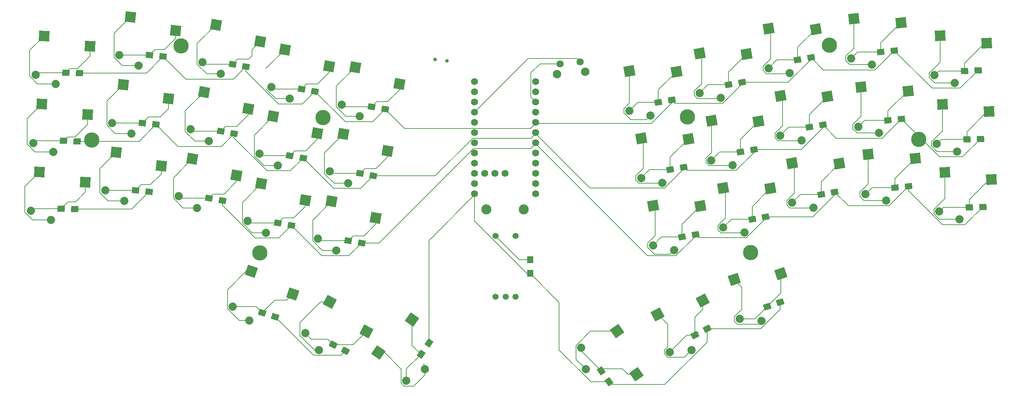
<source format=gbr>
%TF.GenerationSoftware,KiCad,Pcbnew,9.0.7*%
%TF.CreationDate,2026-02-25T20:28:23+01:00*%
%TF.ProjectId,AFF314KEEB,41464633-3134-44b4-9545-422e6b696361,rev?*%
%TF.SameCoordinates,Original*%
%TF.FileFunction,Copper,L2,Bot*%
%TF.FilePolarity,Positive*%
%FSLAX46Y46*%
G04 Gerber Fmt 4.6, Leading zero omitted, Abs format (unit mm)*
G04 Created by KiCad (PCBNEW 9.0.7) date 2026-02-25 20:28:23*
%MOMM*%
%LPD*%
G01*
G04 APERTURE LIST*
G04 Aperture macros list*
%AMRotRect*
0 Rectangle, with rotation*
0 The origin of the aperture is its center*
0 $1 length*
0 $2 width*
0 $3 Rotation angle, in degrees counterclockwise*
0 Add horizontal line*
21,1,$1,$2,0,0,$3*%
G04 Aperture macros list end*
%TA.AperFunction,ComponentPad*%
%ADD10C,1.752600*%
%TD*%
%TA.AperFunction,ConnectorPad*%
%ADD11C,3.800000*%
%TD*%
%TA.AperFunction,ComponentPad*%
%ADD12C,2.600000*%
%TD*%
%TA.AperFunction,SMDPad,CuDef*%
%ADD13RotRect,2.600000X2.600000X350.000000*%
%TD*%
%TA.AperFunction,ComponentPad*%
%ADD14C,2.032000*%
%TD*%
%TA.AperFunction,SMDPad,CuDef*%
%ADD15RotRect,2.600000X2.600000X354.000000*%
%TD*%
%TA.AperFunction,SMDPad,CuDef*%
%ADD16RotRect,2.600000X2.600000X10.000000*%
%TD*%
%TA.AperFunction,ComponentPad*%
%ADD17C,2.500000*%
%TD*%
%TA.AperFunction,SMDPad,CuDef*%
%ADD18RotRect,2.600000X2.600000X28.000000*%
%TD*%
%TA.AperFunction,SMDPad,CuDef*%
%ADD19RotRect,2.600000X2.600000X18.000000*%
%TD*%
%TA.AperFunction,SMDPad,CuDef*%
%ADD20RotRect,2.600000X2.600000X2.000000*%
%TD*%
%TA.AperFunction,SMDPad,CuDef*%
%ADD21RotRect,2.600000X2.600000X358.000000*%
%TD*%
%TA.AperFunction,ComponentPad*%
%ADD22C,1.800000*%
%TD*%
%TA.AperFunction,ComponentPad*%
%ADD23C,2.100000*%
%TD*%
%TA.AperFunction,SMDPad,CuDef*%
%ADD24RotRect,2.600000X2.600000X6.000000*%
%TD*%
%TA.AperFunction,WasherPad*%
%ADD25C,0.900000*%
%TD*%
%TA.AperFunction,SMDPad,CuDef*%
%ADD26RotRect,2.600000X2.600000X55.000000*%
%TD*%
%TA.AperFunction,ComponentPad*%
%ADD27C,1.524000*%
%TD*%
%TA.AperFunction,SMDPad,CuDef*%
%ADD28RotRect,2.600000X2.600000X305.000000*%
%TD*%
%TA.AperFunction,SMDPad,CuDef*%
%ADD29RotRect,2.600000X2.600000X342.000000*%
%TD*%
%TA.AperFunction,SMDPad,CuDef*%
%ADD30RotRect,2.600000X2.600000X332.000000*%
%TD*%
%TA.AperFunction,SMDPad,CuDef*%
%ADD31RotRect,1.800000X1.500000X170.000000*%
%TD*%
%TA.AperFunction,SMDPad,CuDef*%
%ADD32RotRect,1.800000X1.500000X125.000000*%
%TD*%
%TA.AperFunction,SMDPad,CuDef*%
%ADD33RotRect,1.800000X1.500000X186.000000*%
%TD*%
%TA.AperFunction,SMDPad,CuDef*%
%ADD34RotRect,1.800000X1.500000X190.000000*%
%TD*%
%TA.AperFunction,SMDPad,CuDef*%
%ADD35RotRect,1.800000X1.500000X182.000000*%
%TD*%
%TA.AperFunction,SMDPad,CuDef*%
%ADD36RotRect,1.800000X1.500000X178.000000*%
%TD*%
%TA.AperFunction,SMDPad,CuDef*%
%ADD37R,1.500000X1.800000*%
%TD*%
%TA.AperFunction,SMDPad,CuDef*%
%ADD38RotRect,1.800000X1.500000X208.000000*%
%TD*%
%TA.AperFunction,SMDPad,CuDef*%
%ADD39RotRect,1.800000X1.500000X162.000000*%
%TD*%
%TA.AperFunction,SMDPad,CuDef*%
%ADD40RotRect,1.800000X1.500000X198.000000*%
%TD*%
%TA.AperFunction,SMDPad,CuDef*%
%ADD41RotRect,1.800000X1.500000X235.000000*%
%TD*%
%TA.AperFunction,SMDPad,CuDef*%
%ADD42RotRect,1.800000X1.500000X174.000000*%
%TD*%
%TA.AperFunction,SMDPad,CuDef*%
%ADD43RotRect,1.800000X1.500000X152.000000*%
%TD*%
%TA.AperFunction,Conductor*%
%ADD44C,0.200000*%
%TD*%
G04 APERTURE END LIST*
D10*
%TO.P,U1,1,1*%
%TO.N,unconnected-(U1-Pad1)*%
X142062065Y-63584463D03*
%TO.P,U1,2,0*%
%TO.N,unconnected-(U1-0-Pad2)*%
X142062065Y-66124463D03*
%TO.P,U1,3,GND*%
%TO.N,GND*%
X142062065Y-68664463D03*
%TO.P,U1,4,GND*%
X142062065Y-71204463D03*
%TO.P,U1,5,2*%
%TO.N,A*%
X142062065Y-73744463D03*
%TO.P,U1,6,3*%
%TO.N,B*%
X142062065Y-76284463D03*
%TO.P,U1,7,4*%
%TO.N,COL_0*%
X142062065Y-78824463D03*
%TO.P,U1,8,5*%
%TO.N,COL_1*%
X142062065Y-81364463D03*
%TO.P,U1,9,6*%
%TO.N,COL_2*%
X142062065Y-83904463D03*
%TO.P,U1,10,7*%
%TO.N,COL_3*%
X142062065Y-86444463D03*
%TO.P,U1,11,8*%
%TO.N,COL_4*%
X142062065Y-88984463D03*
%TO.P,U1,12,9*%
%TO.N,ROW_3*%
X142062065Y-91524463D03*
%TO.P,U1,13,10*%
%TO.N,COL_5*%
X157302065Y-91524463D03*
%TO.P,U1,14,16*%
%TO.N,COL_6*%
X157302065Y-88984463D03*
%TO.P,U1,15,14*%
%TO.N,COL_7*%
X157302065Y-86444463D03*
%TO.P,U1,16,15*%
%TO.N,COL_8*%
X157302065Y-83904463D03*
%TO.P,U1,17,18*%
%TO.N,COL_9*%
X157302065Y-81364463D03*
%TO.P,U1,18,19*%
%TO.N,ROW_2*%
X157302065Y-78824463D03*
%TO.P,U1,19,20*%
%TO.N,ROW_1*%
X157302065Y-76284463D03*
%TO.P,U1,20,21*%
%TO.N,ROW_0*%
X157302065Y-73744463D03*
%TO.P,U1,21,3.3v*%
%TO.N,unconnected-(U1-3.3v-Pad21)*%
X157302065Y-71204463D03*
%TO.P,U1,22,RST*%
%TO.N,RESET*%
X157302065Y-68664463D03*
%TO.P,U1,23,GND*%
%TO.N,GND*%
X157302065Y-66124463D03*
%TO.P,U1,24,B+*%
%TO.N,BAT+*%
X157302065Y-63584463D03*
%TO.P,U1,25,1*%
%TO.N,unconnected-(U1-1-Pad25)*%
X144602065Y-86444463D03*
%TO.P,U1,26,2*%
%TO.N,unconnected-(U1-2-Pad26)*%
X147142065Y-86444463D03*
%TO.P,U1,27,7*%
%TO.N,unconnected-(U1-7-Pad27)*%
X149682065Y-86444463D03*
%TD*%
D11*
%TO.P,H5,1,1*%
%TO.N,unconnected-(H5-Pad1)*%
X230501659Y-54503770D03*
D12*
X230501659Y-54503770D03*
%TD*%
D11*
%TO.P,H4,1,1*%
%TO.N,unconnected-(H4-Pad1)*%
X88550000Y-106250000D03*
D12*
X88550000Y-106250000D03*
%TD*%
%TO.P,H8,1,1*%
%TO.N,unconnected-(H8-Pad1)*%
X210849195Y-106165826D03*
D11*
X210849195Y-106165826D03*
%TD*%
D12*
%TO.P,H7,1,1*%
%TO.N,unconnected-(H7-Pad1)*%
X195099157Y-72352239D03*
D11*
X195099157Y-72352239D03*
%TD*%
D12*
%TO.P,H6,1,1*%
%TO.N,unconnected-(H6-Pad1)*%
X252752961Y-77995735D03*
D11*
X252752961Y-77995735D03*
%TD*%
D12*
%TO.P,H3,1,1*%
%TO.N,unconnected-(H3-Pad1)*%
X104282673Y-72534893D03*
D11*
X104282673Y-72534893D03*
%TD*%
D13*
%TO.P,SWL4,2,2*%
%TO.N,Net-(DL4-A)*%
X105783138Y-59778803D03*
D14*
X91398771Y-64908922D03*
%TO.P,SWL4,1,1*%
%TO.N,COL_3*%
X95958149Y-67845259D03*
D13*
X94790634Y-55606589D03*
%TD*%
D15*
%TO.P,SWL2,2,2*%
%TO.N,Net-(DL2-A)*%
X67498401Y-50871352D03*
D14*
X53506933Y-56992377D03*
%TO.P,SWL2,1,1*%
%TO.N,COL_1*%
X58260033Y-59603515D03*
D15*
X56241636Y-47476100D03*
%TD*%
D12*
%TO.P,H2,1,1*%
%TO.N,unconnected-(H2-Pad1)*%
X46629404Y-78141236D03*
D11*
X46629404Y-78141236D03*
%TD*%
D12*
%TO.P,H1,1,1*%
%TO.N,unconnected-(H1-Pad1)*%
X68876751Y-54735836D03*
D11*
X68876751Y-54735836D03*
%TD*%
D16*
%TO.P,SWL26,1,1*%
%TO.N,COL_7*%
X218280954Y-67124491D03*
D14*
X223563930Y-78225765D03*
%TO.P,SWL26,2,2*%
%TO.N,Net-(DL26-A)*%
X218275230Y-77025909D03*
D16*
X230037509Y-67285431D03*
%TD*%
D17*
%TO.P,BAT+1,1,1*%
%TO.N,VBAT*%
X154331689Y-95419787D03*
%TD*%
D18*
%TO.P,SWL35,1,1*%
%TO.N,COL_6*%
X187706432Y-121548693D03*
D14*
X196161323Y-130474103D03*
%TO.P,SWL35,2,2*%
%TO.N,Net-(DL35-A)*%
X190760695Y-130967271D03*
D18*
X198937314Y-118068781D03*
%TD*%
D16*
%TO.P,SWL31,1,1*%
%TO.N,COL_7*%
X221232973Y-83866223D03*
D14*
X226515949Y-94967497D03*
%TO.P,SWL31,2,2*%
%TO.N,Net-(DL31-A)*%
X221227249Y-93767641D03*
D16*
X232989528Y-84027163D03*
%TD*%
D13*
%TO.P,SWL10,1,1*%
%TO.N,COL_4*%
X109356777Y-76655757D03*
D14*
X110524292Y-88894427D03*
%TO.P,SWL10,2,2*%
%TO.N,Net-(DL10-A)*%
X105964914Y-85958090D03*
D13*
X120349281Y-80827971D03*
%TD*%
D19*
%TO.P,SWL36,1,1*%
%TO.N,COL_7*%
X206780624Y-112896099D03*
D14*
X213557185Y-123154087D03*
%TO.P,SWL36,2,2*%
%TO.N,Net-(DL36-A)*%
X208152967Y-122701955D03*
D19*
X218445164Y-111419277D03*
%TD*%
D20*
%TO.P,SWL23,1,1*%
%TO.N,COL_9*%
X258085720Y-52184368D03*
D14*
X261772284Y-63912854D03*
%TO.P,SWL23,2,2*%
%TO.N,Net-(DL23-A)*%
X256702041Y-61988631D03*
D20*
X269705463Y-53979939D03*
%TD*%
D21*
%TO.P,SWL1,1,1*%
%TO.N,COL_0*%
X34747145Y-52201217D03*
D14*
X37606591Y-64158294D03*
%TO.P,SWL1,2,2*%
%TO.N,Net-(DL1-A)*%
X32682926Y-61885076D03*
D21*
X46213330Y-54802966D03*
%TD*%
D22*
%TO.P,RSW1,1,1*%
%TO.N,GND*%
X168390973Y-58714221D03*
%TO.P,RSW1,2,2*%
%TO.N,RESET*%
X163410000Y-59150000D03*
D23*
%TO.P,RSW1,MP*%
%TO.N,N/C*%
X162631694Y-61727642D03*
X169605057Y-61117552D03*
%TD*%
D13*
%TO.P,SWL3,1,1*%
%TO.N,COL_2*%
X77602404Y-49428017D03*
D14*
X78769919Y-61666687D03*
%TO.P,SWL3,2,2*%
%TO.N,Net-(DL3-A)*%
X74210541Y-58730350D03*
D13*
X88594908Y-53600231D03*
%TD*%
D24*
%TO.P,SWL27,1,1*%
%TO.N,COL_8*%
X238410092Y-64935020D03*
D14*
X242905814Y-76377774D03*
%TO.P,SWL27,2,2*%
%TO.N,Net-(DL27-A)*%
X237713695Y-74811924D03*
D24*
X250126783Y-65915665D03*
%TD*%
D16*
%TO.P,SWL21,1,1*%
%TO.N,COL_7*%
X215328935Y-50382759D03*
D14*
X220611911Y-61484033D03*
%TO.P,SWL21,2,2*%
%TO.N,Net-(DL21-A)*%
X215323211Y-60284177D03*
D16*
X227085490Y-50543699D03*
%TD*%
D20*
%TO.P,SWL28,1,1*%
%TO.N,COL_9*%
X258682503Y-69273950D03*
D14*
X262369067Y-81002436D03*
%TO.P,SWL28,2,2*%
%TO.N,Net-(DL28-A)*%
X257298824Y-79078213D03*
D20*
X270302246Y-71069521D03*
%TD*%
D15*
%TO.P,SWL7,1,1*%
%TO.N,COL_1*%
X54464652Y-64382972D03*
D14*
X56483049Y-76510387D03*
%TO.P,SWL7,2,2*%
%TO.N,Net-(DL7-A)*%
X51729949Y-73899249D03*
D15*
X65721417Y-67778224D03*
%TD*%
D16*
%TO.P,SWL25,1,1*%
%TO.N,COL_6*%
X201092724Y-73303062D03*
D14*
X206375700Y-84404336D03*
%TO.P,SWL25,2,2*%
%TO.N,Net-(DL25-A)*%
X201087000Y-83204480D03*
D16*
X212849279Y-73464002D03*
%TD*%
%TO.P,SWL20,1,1*%
%TO.N,COL_6*%
X198140705Y-56561331D03*
D14*
X203423681Y-67662605D03*
%TO.P,SWL20,2,2*%
%TO.N,Net-(DL20-A)*%
X198134981Y-66462749D03*
D16*
X209897260Y-56722271D03*
%TD*%
D17*
%TO.P,BATGND1,1,1*%
%TO.N,GND*%
X145041689Y-95419787D03*
%TD*%
D16*
%TO.P,SWL24,1,1*%
%TO.N,COL_5*%
X183591927Y-77708980D03*
D14*
X188874903Y-88810254D03*
%TO.P,SWL24,2,2*%
%TO.N,Net-(DL24-A)*%
X183586203Y-87610398D03*
D16*
X195348482Y-77869920D03*
%TD*%
D25*
%TO.P,PSW1,*%
%TO.N,*%
X132225774Y-58068723D03*
X135210000Y-58380000D03*
%TD*%
D16*
%TO.P,SWL19,1,1*%
%TO.N,COL_5*%
X180639908Y-60967248D03*
D14*
X185922884Y-72068522D03*
%TO.P,SWL19,2,2*%
%TO.N,Net-(DL19-A)*%
X180634184Y-70868666D03*
D16*
X192396463Y-61128188D03*
%TD*%
D26*
%TO.P,SWL18,1,1*%
%TO.N,COL_4*%
X118060856Y-131084619D03*
D14*
X129646271Y-135198776D03*
%TO.P,SWL18,2,2*%
%TO.N,Net-(DL18-A)*%
X125058170Y-138090026D03*
D26*
X126487799Y-122885280D03*
%TD*%
D13*
%TO.P,SWL14,1,1*%
%TO.N,COL_3*%
X88903961Y-88991572D03*
D14*
X90071476Y-101230242D03*
%TO.P,SWL14,2,2*%
%TO.N,Net-(DL14-A)*%
X85512098Y-98293905D03*
D13*
X99896465Y-93163786D03*
%TD*%
%TO.P,SWL5,1,1*%
%TO.N,COL_4*%
X112291431Y-60012506D03*
D14*
X113458946Y-72251176D03*
%TO.P,SWL5,2,2*%
%TO.N,Net-(DL5-A)*%
X108899568Y-69314839D03*
D13*
X123283935Y-64184720D03*
%TD*%
D24*
%TO.P,SWL22,1,1*%
%TO.N,COL_8*%
X236622655Y-47928695D03*
D14*
X241118377Y-59371449D03*
%TO.P,SWL22,2,2*%
%TO.N,Net-(DL22-A)*%
X235926258Y-57805599D03*
D24*
X248339346Y-48909340D03*
%TD*%
D16*
%TO.P,SWL30,1,1*%
%TO.N,COL_6*%
X204044743Y-90044794D03*
D14*
X209327719Y-101146068D03*
%TO.P,SWL30,2,2*%
%TO.N,Net-(DL30-A)*%
X204039019Y-99946212D03*
D16*
X215801298Y-90205734D03*
%TD*%
%TO.P,SWL29,1,1*%
%TO.N,COL_5*%
X186543946Y-94450712D03*
D14*
X191826922Y-105551986D03*
%TO.P,SWL29,2,2*%
%TO.N,Net-(DL29-A)*%
X186538222Y-104352130D03*
D16*
X198300501Y-94611652D03*
%TD*%
D13*
%TO.P,SWL13,1,1*%
%TO.N,COL_2*%
X71715731Y-82813000D03*
D14*
X72883246Y-95051670D03*
%TO.P,SWL13,2,2*%
%TO.N,Net-(DL13-A)*%
X68323868Y-92115333D03*
D13*
X82708235Y-86985214D03*
%TD*%
D15*
%TO.P,SWL12,1,1*%
%TO.N,COL_1*%
X52698120Y-81190393D03*
D14*
X54716517Y-93317808D03*
%TO.P,SWL12,2,2*%
%TO.N,Net-(DL12-A)*%
X49963417Y-90706670D03*
D15*
X63954885Y-84585645D03*
%TD*%
D27*
%TO.P,SW1,A,A*%
%TO.N,A*%
X147300000Y-117150000D03*
%TO.P,SW1,B,B*%
%TO.N,B*%
X152300000Y-117150000D03*
%TO.P,SW1,C,C*%
%TO.N,GND*%
X149800000Y-117150000D03*
%TO.P,SW1,S1,S1*%
%TO.N,COL_8*%
X152300000Y-102050000D03*
%TO.P,SW1,S2,S2*%
%TO.N,SW37_2*%
X147300000Y-102050000D03*
%TD*%
D13*
%TO.P,SWL9,1,1*%
%TO.N,COL_3*%
X91855980Y-72249840D03*
D14*
X93023495Y-84488510D03*
%TO.P,SWL9,2,2*%
%TO.N,Net-(DL9-A)*%
X88464117Y-81552173D03*
D13*
X102848484Y-76422054D03*
%TD*%
%TO.P,SWL8,1,1*%
%TO.N,COL_2*%
X74650385Y-66169749D03*
D14*
X75817900Y-78408419D03*
%TO.P,SWL8,2,2*%
%TO.N,Net-(DL8-A)*%
X71258522Y-75472082D03*
D13*
X85642889Y-70341963D03*
%TD*%
D21*
%TO.P,SWL11,1,1*%
%TO.N,COL_0*%
X33564051Y-86080565D03*
D14*
X36423497Y-98037642D03*
%TO.P,SWL11,2,2*%
%TO.N,Net-(DL11-A)*%
X31499832Y-95764424D03*
D21*
X45030236Y-88682314D03*
%TD*%
D28*
%TO.P,SWL34,1,1*%
%TO.N,COL_5*%
X177605598Y-125731919D03*
D14*
X169777109Y-135211523D03*
%TO.P,SWL34,2,2*%
%TO.N,Net-(DL34-A)*%
X168629446Y-129911252D03*
D28*
X182428272Y-136454994D03*
%TD*%
D21*
%TO.P,SWL6,1,1*%
%TO.N,COL_0*%
X34153853Y-69190860D03*
D14*
X37013299Y-81147937D03*
%TO.P,SWL6,2,2*%
%TO.N,Net-(DL6-A)*%
X32089634Y-78874719D03*
D21*
X45620038Y-71792609D03*
%TD*%
D29*
%TO.P,SWL16,1,1*%
%TO.N,COL_2*%
X86413042Y-110860391D03*
D14*
X85865901Y-123142440D03*
%TO.P,SWL16,2,2*%
%TO.N,Net-(DL16-A)*%
X81759554Y-119600138D03*
D29*
X96717907Y-116521862D03*
%TD*%
D20*
%TO.P,SWL33,1,1*%
%TO.N,COL_9*%
X259272304Y-86163655D03*
D14*
X262958868Y-97892141D03*
%TO.P,SWL33,2,2*%
%TO.N,Net-(DL33-A)*%
X257888625Y-95967918D03*
D20*
X270892047Y-87959226D03*
%TD*%
D13*
%TO.P,SWL15,1,1*%
%TO.N,COL_4*%
X106404758Y-93397489D03*
D14*
X107572273Y-105636159D03*
%TO.P,SWL15,2,2*%
%TO.N,Net-(DL15-A)*%
X103012895Y-102699822D03*
D13*
X117397262Y-97569703D03*
%TD*%
D30*
%TO.P,SWL17,1,1*%
%TO.N,COL_3*%
X105933642Y-118460908D03*
D14*
X103262058Y-130461357D03*
%TO.P,SWL17,2,2*%
%TO.N,Net-(DL17-A)*%
X99833210Y-126259809D03*
D30*
X115098850Y-125825790D03*
%TD*%
D24*
%TO.P,SWL32,1,1*%
%TO.N,COL_8*%
X240176623Y-81742440D03*
D14*
X244672345Y-93185194D03*
%TO.P,SWL32,2,2*%
%TO.N,Net-(DL32-A)*%
X239480226Y-91619344D03*
D24*
X251893314Y-82723085D03*
%TD*%
D31*
%TO.P,DL3,1,K*%
%TO.N,ROW_0*%
X85083864Y-59835269D03*
%TO.P,DL3,2,A*%
%TO.N,Net-(DL3-A)*%
X81735518Y-59244865D03*
%TD*%
D32*
%TO.P,DL34,1,K*%
%TO.N,ROW_3*%
X175536752Y-138381149D03*
%TO.P,DL34,2,A*%
%TO.N,Net-(DL34-A)*%
X173586592Y-135596029D03*
%TD*%
D33*
%TO.P,DL22,1,K*%
%TO.N,ROW_0*%
X246682924Y-55870618D03*
%TO.P,DL22,2,A*%
%TO.N,Net-(DL22-A)*%
X243301550Y-56226016D03*
%TD*%
D34*
%TO.P,DL21,1,K*%
%TO.N,ROW_0*%
X225918697Y-57603566D03*
%TO.P,DL21,2,A*%
%TO.N,Net-(DL21-A)*%
X222570351Y-58193970D03*
%TD*%
D35*
%TO.P,DL23,1,K*%
%TO.N,ROW_0*%
X267567484Y-60808712D03*
%TO.P,DL23,2,A*%
%TO.N,Net-(DL23-A)*%
X264169552Y-60927370D03*
%TD*%
D31*
%TO.P,DL9,1,K*%
%TO.N,ROW_1*%
X99337440Y-82657091D03*
%TO.P,DL9,2,A*%
%TO.N,Net-(DL9-A)*%
X95989094Y-82066687D03*
%TD*%
D34*
%TO.P,DL29,1,K*%
%TO.N,ROW_2*%
X197133708Y-101671518D03*
%TO.P,DL29,2,A*%
%TO.N,Net-(DL29-A)*%
X193785362Y-102261922D03*
%TD*%
D36*
%TO.P,DL6,1,K*%
%TO.N,ROW_1*%
X43010913Y-78455611D03*
%TO.P,DL6,2,A*%
%TO.N,Net-(DL6-A)*%
X39612983Y-78336953D03*
%TD*%
D31*
%TO.P,DL14,1,K*%
%TO.N,ROW_2*%
X96385421Y-99398823D03*
%TO.P,DL14,2,A*%
%TO.N,Net-(DL14-A)*%
X93037075Y-98808419D03*
%TD*%
D37*
%TO.P,DL37,1,K*%
%TO.N,ROW_3*%
X155910000Y-111360000D03*
%TO.P,DL37,2,A*%
%TO.N,SW37_2*%
X155910000Y-107960000D03*
%TD*%
D38*
%TO.P,DL35,1,K*%
%TO.N,ROW_3*%
X200009247Y-125143674D03*
%TO.P,DL35,2,A*%
%TO.N,Net-(DL35-A)*%
X197007225Y-126739876D03*
%TD*%
D39*
%TO.P,DL16,1,K*%
%TO.N,ROW_3*%
X92373284Y-122207578D03*
%TO.P,DL16,2,A*%
%TO.N,Net-(DL16-A)*%
X89139692Y-121156920D03*
%TD*%
D31*
%TO.P,DL4,1,K*%
%TO.N,ROW_0*%
X102272094Y-66013840D03*
%TO.P,DL4,2,A*%
%TO.N,Net-(DL4-A)*%
X98923748Y-65423436D03*
%TD*%
D34*
%TO.P,DL31,1,K*%
%TO.N,ROW_2*%
X231822735Y-91087031D03*
%TO.P,DL31,2,A*%
%TO.N,Net-(DL31-A)*%
X228474389Y-91677433D03*
%TD*%
D33*
%TO.P,DL32,1,K*%
%TO.N,ROW_2*%
X250236892Y-89684362D03*
%TO.P,DL32,2,A*%
%TO.N,Net-(DL32-A)*%
X246855518Y-90039760D03*
%TD*%
D31*
%TO.P,DL10,1,K*%
%TO.N,ROW_1*%
X116838237Y-87063009D03*
%TO.P,DL10,2,A*%
%TO.N,Net-(DL10-A)*%
X113489891Y-86472605D03*
%TD*%
D40*
%TO.P,DL36,1,K*%
%TO.N,ROW_3*%
X218272269Y-118572824D03*
%TO.P,DL36,2,A*%
%TO.N,Net-(DL36-A)*%
X215038677Y-119623482D03*
%TD*%
D31*
%TO.P,DL8,1,K*%
%TO.N,ROW_1*%
X82131845Y-76577001D03*
%TO.P,DL8,2,A*%
%TO.N,Net-(DL8-A)*%
X78783499Y-75986597D03*
%TD*%
D34*
%TO.P,DL24,1,K*%
%TO.N,ROW_1*%
X194181689Y-84929787D03*
%TO.P,DL24,2,A*%
%TO.N,Net-(DL24-A)*%
X190833343Y-85520191D03*
%TD*%
D31*
%TO.P,DL5,1,K*%
%TO.N,ROW_0*%
X119772891Y-70419758D03*
%TO.P,DL5,2,A*%
%TO.N,Net-(DL5-A)*%
X116424545Y-69829354D03*
%TD*%
D35*
%TO.P,DL28,1,K*%
%TO.N,ROW_1*%
X268164264Y-77898295D03*
%TO.P,DL28,2,A*%
%TO.N,Net-(DL28-A)*%
X264766334Y-78016953D03*
%TD*%
D34*
%TO.P,DL20,1,K*%
%TO.N,ROW_0*%
X208730467Y-63782139D03*
%TO.P,DL20,2,A*%
%TO.N,Net-(DL20-A)*%
X205382121Y-64372541D03*
%TD*%
D41*
%TO.P,DL18,1,K*%
%TO.N,ROW_3*%
X130654831Y-128702409D03*
%TO.P,DL18,2,A*%
%TO.N,Net-(DL18-A)*%
X128704671Y-131487525D03*
%TD*%
D31*
%TO.P,DL15,1,K*%
%TO.N,ROW_2*%
X113886218Y-103804740D03*
%TO.P,DL15,2,A*%
%TO.N,Net-(DL15-A)*%
X110537872Y-103214336D03*
%TD*%
D34*
%TO.P,DL30,1,K*%
%TO.N,ROW_2*%
X214634505Y-97265601D03*
%TO.P,DL30,2,A*%
%TO.N,Net-(DL30-A)*%
X211286159Y-97856005D03*
%TD*%
D36*
%TO.P,DL1,1,K*%
%TO.N,ROW_0*%
X43604205Y-61465967D03*
%TO.P,DL1,2,A*%
%TO.N,Net-(DL1-A)*%
X40206275Y-61347309D03*
%TD*%
D42*
%TO.P,DL2,1,K*%
%TO.N,ROW_0*%
X64430844Y-57336119D03*
%TO.P,DL2,2,A*%
%TO.N,Net-(DL2-A)*%
X61049470Y-56980723D03*
%TD*%
%TO.P,DL12,1,K*%
%TO.N,ROW_2*%
X60887329Y-91050412D03*
%TO.P,DL12,2,A*%
%TO.N,Net-(DL12-A)*%
X57505955Y-90695016D03*
%TD*%
%TO.P,DL7,1,K*%
%TO.N,ROW_1*%
X62653860Y-74242992D03*
%TO.P,DL7,2,A*%
%TO.N,Net-(DL7-A)*%
X59272486Y-73887596D03*
%TD*%
D35*
%TO.P,DL33,1,K*%
%TO.N,ROW_2*%
X268754066Y-94788001D03*
%TO.P,DL33,2,A*%
%TO.N,Net-(DL33-A)*%
X265356136Y-94906659D03*
%TD*%
D34*
%TO.P,DL26,1,K*%
%TO.N,ROW_1*%
X228870716Y-74345298D03*
%TO.P,DL26,2,A*%
%TO.N,Net-(DL26-A)*%
X225522370Y-74935702D03*
%TD*%
D31*
%TO.P,DL13,1,K*%
%TO.N,ROW_2*%
X79197191Y-93220252D03*
%TO.P,DL13,2,A*%
%TO.N,Net-(DL13-A)*%
X75848845Y-92629848D03*
%TD*%
D43*
%TO.P,DL17,1,K*%
%TO.N,ROW_3*%
X109832915Y-130670690D03*
%TO.P,DL17,2,A*%
%TO.N,Net-(DL17-A)*%
X106830893Y-129074486D03*
%TD*%
D33*
%TO.P,DL27,1,K*%
%TO.N,ROW_1*%
X248470360Y-72876942D03*
%TO.P,DL27,2,A*%
%TO.N,Net-(DL27-A)*%
X245088986Y-73232340D03*
%TD*%
D36*
%TO.P,DL11,1,K*%
%TO.N,ROW_2*%
X42421113Y-95345316D03*
%TO.P,DL11,2,A*%
%TO.N,Net-(DL11-A)*%
X39023183Y-95226658D03*
%TD*%
D34*
%TO.P,DL19,1,K*%
%TO.N,ROW_0*%
X191229670Y-68188055D03*
%TO.P,DL19,2,A*%
%TO.N,Net-(DL19-A)*%
X187881324Y-68778459D03*
%TD*%
%TO.P,DL25,1,K*%
%TO.N,ROW_1*%
X211682487Y-80523869D03*
%TO.P,DL25,2,A*%
%TO.N,Net-(DL25-A)*%
X208334139Y-81114273D03*
%TD*%
D44*
%TO.N,GND*%
X168390973Y-58714221D02*
X167490973Y-57814221D01*
X167490973Y-57814221D02*
X155452307Y-57814221D01*
X155452307Y-57814221D02*
X142062065Y-71204463D01*
%TO.N,RESET*%
X163410000Y-59150000D02*
X158390000Y-59150000D01*
X158390000Y-59150000D02*
X156124765Y-61415235D01*
X156124765Y-67487163D02*
X157302065Y-68664463D01*
X156124765Y-61415235D02*
X156124765Y-67487163D01*
%TO.N,Net-(DL1-A)*%
X33220693Y-61347309D02*
X32682926Y-61885076D01*
X41169570Y-60384014D02*
X40206275Y-61347309D01*
X40206275Y-61347309D02*
X33220693Y-61347309D01*
X46213330Y-57249396D02*
X43078712Y-60384014D01*
X43078712Y-60384014D02*
X41169570Y-60384014D01*
X46213330Y-54802966D02*
X46213330Y-57249396D01*
%TO.N,Net-(DL2-A)*%
X61049470Y-56980723D02*
X53518587Y-56980723D01*
X53518587Y-56980723D02*
X53506933Y-56992377D01*
X67498401Y-52858706D02*
X67498401Y-50871352D01*
X64717320Y-55639787D02*
X67498401Y-52858706D01*
X62390406Y-55639787D02*
X64717320Y-55639787D01*
X61049470Y-56980723D02*
X62390406Y-55639787D01*
%TO.N,Net-(DL3-A)*%
X81735518Y-59244865D02*
X74725056Y-59244865D01*
X82967097Y-58013286D02*
X81735518Y-59244865D01*
X86585653Y-55609486D02*
X86585653Y-57136362D01*
X85708729Y-58013286D02*
X82967097Y-58013286D01*
X88594908Y-53600231D02*
X86585653Y-55609486D01*
X74725056Y-59244865D02*
X74210541Y-58730350D01*
X86585653Y-57136362D02*
X85708729Y-58013286D01*
%TO.N,Net-(DL4-A)*%
X105783138Y-59778803D02*
X105783138Y-61305679D01*
X98923748Y-65423436D02*
X91913285Y-65423436D01*
X102896959Y-64191858D02*
X100155326Y-64191858D01*
X91913285Y-65423436D02*
X91398771Y-64908922D01*
X100155326Y-64191858D02*
X98923748Y-65423436D01*
X105783138Y-61305679D02*
X102896959Y-64191858D01*
%TO.N,Net-(DL5-A)*%
X117656124Y-68597775D02*
X116424545Y-69829354D01*
X109414083Y-69829354D02*
X108899568Y-69314839D01*
X123283935Y-64184720D02*
X123283935Y-65711596D01*
X123283935Y-65711596D02*
X120397756Y-68597775D01*
X120397756Y-68597775D02*
X117656124Y-68597775D01*
X116424545Y-69829354D02*
X109414083Y-69829354D01*
%TO.N,Net-(DL6-A)*%
X45620038Y-71792609D02*
X45620038Y-74239039D01*
X45620038Y-74239039D02*
X42485419Y-77373658D01*
X42485419Y-77373658D02*
X40576278Y-77373658D01*
X32627400Y-78336953D02*
X32089634Y-78874719D01*
X39612983Y-78336953D02*
X32627400Y-78336953D01*
X40576278Y-77373658D02*
X39612983Y-78336953D01*
%TO.N,Net-(DL7-A)*%
X63691961Y-72419515D02*
X60740567Y-72419515D01*
X65721417Y-67778224D02*
X65721417Y-70390059D01*
X65721417Y-70390059D02*
X63691961Y-72419515D01*
X60740567Y-72419515D02*
X59272486Y-73887596D01*
X59272486Y-73887596D02*
X51741602Y-73887596D01*
X51741602Y-73887596D02*
X51729949Y-73899249D01*
%TO.N,Net-(DL8-A)*%
X78783499Y-75986597D02*
X71773037Y-75986597D01*
X85642889Y-70341963D02*
X85642889Y-71868839D01*
X82756710Y-74755018D02*
X80015078Y-74755018D01*
X80015078Y-74755018D02*
X78783499Y-75986597D01*
X71773037Y-75986597D02*
X71258522Y-75472082D01*
X85642889Y-71868839D02*
X82756710Y-74755018D01*
%TO.N,Net-(DL9-A)*%
X88978631Y-82066687D02*
X88464117Y-81552173D01*
X102848484Y-76422054D02*
X102848484Y-77948930D01*
X97220672Y-80835109D02*
X95989094Y-82066687D01*
X102848484Y-77948930D02*
X99962305Y-80835109D01*
X95989094Y-82066687D02*
X88978631Y-82066687D01*
X99962305Y-80835109D02*
X97220672Y-80835109D01*
%TO.N,Net-(DL10-A)*%
X106479429Y-86472605D02*
X105964914Y-85958090D01*
X120349281Y-80827971D02*
X120349281Y-82354847D01*
X113489891Y-86472605D02*
X106479429Y-86472605D01*
X114721470Y-85241026D02*
X113489891Y-86472605D01*
X117463102Y-85241026D02*
X114721470Y-85241026D01*
X120349281Y-82354847D02*
X117463102Y-85241026D01*
%TO.N,Net-(DL11-A)*%
X40714758Y-93535083D02*
X42623897Y-93535083D01*
X39023183Y-95226658D02*
X40714758Y-93535083D01*
X39023183Y-95226658D02*
X32037598Y-95226658D01*
X45030236Y-91128744D02*
X45030236Y-88682314D01*
X42623897Y-93535083D02*
X45030236Y-91128744D01*
X32037598Y-95226658D02*
X31499832Y-95764424D01*
%TO.N,Net-(DL12-A)*%
X58974035Y-89226936D02*
X57505955Y-90695016D01*
X63954885Y-86572999D02*
X61300948Y-89226936D01*
X63954885Y-84585645D02*
X63954885Y-86572999D01*
X49975071Y-90695016D02*
X49963417Y-90706670D01*
X61300948Y-89226936D02*
X58974035Y-89226936D01*
X57505955Y-90695016D02*
X49975071Y-90695016D01*
%TO.N,Net-(DL13-A)*%
X79600538Y-91619787D02*
X76858906Y-91619787D01*
X68838383Y-92629848D02*
X68323868Y-92115333D01*
X75848845Y-92629848D02*
X68838383Y-92629848D01*
X82708235Y-88512090D02*
X79600538Y-91619787D01*
X82708235Y-86985214D02*
X82708235Y-88512090D01*
X76858906Y-91619787D02*
X75848845Y-92629848D01*
%TO.N,Net-(DL14-A)*%
X93037075Y-98808419D02*
X86026612Y-98808419D01*
X86026612Y-98808419D02*
X85512098Y-98293905D01*
X99896465Y-93163786D02*
X99896465Y-94690662D01*
X97010286Y-97576841D02*
X94268653Y-97576841D01*
X94268653Y-97576841D02*
X93037075Y-98808419D01*
X99896465Y-94690662D02*
X97010286Y-97576841D01*
%TO.N,Net-(DL15-A)*%
X117397262Y-97569703D02*
X117397262Y-99096579D01*
X117397262Y-99096579D02*
X114511083Y-101982758D01*
X111769450Y-101982758D02*
X110537872Y-103214336D01*
X103527409Y-103214336D02*
X103012895Y-102699822D01*
X114511083Y-101982758D02*
X111769450Y-101982758D01*
X110537872Y-103214336D02*
X103527409Y-103214336D01*
%TO.N,Net-(DL17-A)*%
X106830893Y-129074486D02*
X105496194Y-127739787D01*
X115098850Y-125825790D02*
X111850154Y-129074486D01*
X101313188Y-127739787D02*
X99833210Y-126259809D01*
X111850154Y-129074486D02*
X106830893Y-129074486D01*
X105496194Y-127739787D02*
X101313188Y-127739787D01*
%TO.N,Net-(DL18-A)*%
X126487799Y-122885280D02*
X126487799Y-129270653D01*
X126487799Y-129270653D02*
X128704671Y-131487525D01*
X128704671Y-131487525D02*
X125058170Y-135134026D01*
X125058170Y-135134026D02*
X125058170Y-138090026D01*
%TO.N,Net-(DL19-A)*%
X187881324Y-68778459D02*
X182724391Y-68778459D01*
X182724391Y-68778459D02*
X180634184Y-70868666D01*
X192396463Y-61128188D02*
X187881324Y-65643327D01*
X187881324Y-65643327D02*
X187881324Y-68778459D01*
%TO.N,Net-(DL20-A)*%
X200225189Y-64372541D02*
X198134981Y-66462749D01*
X209897260Y-56722271D02*
X205382121Y-61237410D01*
X205382121Y-64372541D02*
X200225189Y-64372541D01*
X205382121Y-61237410D02*
X205382121Y-64372541D01*
%TO.N,RESET*%
X158160731Y-68944463D02*
X157302065Y-68944463D01*
%TO.N,ROW_0*%
X99123675Y-69162259D02*
X102272094Y-66013840D01*
X246682924Y-55870618D02*
X241865093Y-60688449D01*
X119772891Y-70419758D02*
X124632920Y-75279787D01*
X229003580Y-60688449D02*
X225918697Y-57603566D01*
X156046741Y-75279787D02*
X157302065Y-74024463D01*
X85083864Y-61023635D02*
X93222488Y-69162259D01*
X124632920Y-75279787D02*
X156046741Y-75279787D01*
X192021220Y-68979605D02*
X203969201Y-68979605D01*
X191229670Y-68188055D02*
X191229670Y-68949625D01*
X70078412Y-62983687D02*
X81935446Y-62983687D01*
X93222488Y-69162259D02*
X99123675Y-69162259D01*
X191229670Y-68949625D02*
X186154832Y-74024463D01*
X191229670Y-68188055D02*
X192021220Y-68979605D01*
X81935446Y-62983687D02*
X85083864Y-59835269D01*
X64430844Y-57336119D02*
X70078412Y-62983687D01*
X208730467Y-63782139D02*
X220176325Y-63782139D01*
X60300996Y-61465967D02*
X64430844Y-57336119D01*
X256042160Y-65229854D02*
X263146342Y-65229854D01*
X220176325Y-63782139D02*
X225918697Y-58039767D01*
X186154832Y-74024463D02*
X157302065Y-74024463D01*
X225918697Y-58039767D02*
X225918697Y-57603566D01*
X208730467Y-64218339D02*
X208730467Y-63782139D01*
X203969201Y-68979605D02*
X208730467Y-64218339D01*
X109826430Y-73568176D02*
X116624473Y-73568176D01*
X85083864Y-59835269D02*
X85083864Y-61023635D01*
X116624473Y-73568176D02*
X119772891Y-70419758D01*
X43604205Y-61465967D02*
X60300996Y-61465967D01*
X263146342Y-65229854D02*
X267567484Y-60808712D01*
X246682924Y-55870618D02*
X256042160Y-65229854D01*
X241865093Y-60688449D02*
X229003580Y-60688449D01*
X102272094Y-66013840D02*
X109826430Y-73568176D01*
%TO.N,ROW_1*%
X106891776Y-90211427D02*
X113689819Y-90211427D01*
X257912854Y-82319436D02*
X263743123Y-82319436D01*
X243652528Y-77694774D02*
X248470360Y-72876942D01*
X263743123Y-82319436D02*
X268164264Y-77898295D01*
X189420423Y-90127254D02*
X170864856Y-90127254D01*
X78983427Y-79725419D02*
X82131845Y-76577001D01*
X43010913Y-78455611D02*
X58441241Y-78455611D01*
X228870716Y-74345298D02*
X232220192Y-77694774D01*
X228870716Y-75106868D02*
X228870716Y-74345298D01*
X58441241Y-78455611D02*
X62653860Y-74242992D01*
X90287834Y-85805510D02*
X96189021Y-85805510D01*
X211682487Y-80523869D02*
X223453715Y-80523869D01*
X132253165Y-87063009D02*
X141574411Y-77741763D01*
X194181689Y-85365988D02*
X189420423Y-90127254D01*
X170864856Y-90127254D02*
X157302065Y-76564463D01*
X194181689Y-84929787D02*
X194181689Y-85365988D01*
X232220192Y-77694774D02*
X243652528Y-77694774D01*
X211682487Y-81285439D02*
X211682487Y-80523869D01*
X99337440Y-82657091D02*
X106891776Y-90211427D01*
X156124765Y-77741763D02*
X157302065Y-76564463D01*
X116838237Y-87063009D02*
X132253165Y-87063009D01*
X194181689Y-84929787D02*
X194973238Y-85721336D01*
X82131845Y-77649521D02*
X90287834Y-85805510D01*
X223453715Y-80523869D02*
X228870716Y-75106868D01*
X96189021Y-85805510D02*
X99337440Y-82657091D01*
X68136287Y-79725419D02*
X78983427Y-79725419D01*
X113689819Y-90211427D02*
X116838237Y-87063009D01*
X141574411Y-77741763D02*
X156124765Y-77741763D01*
X194973238Y-85721336D02*
X207246590Y-85721336D01*
X207246590Y-85721336D02*
X211682487Y-81285439D01*
X62653860Y-74242992D02*
X68136287Y-79725419D01*
X248470360Y-72876942D02*
X257912854Y-82319436D01*
X82131845Y-76577001D02*
X82131845Y-77649521D01*
%TO.N,ROW_2*%
X192272443Y-106968985D02*
X185166587Y-106968985D01*
X231822735Y-91848601D02*
X231822735Y-91087031D01*
X231822735Y-91087031D02*
X235237898Y-94502194D01*
X56592425Y-95345316D02*
X60887329Y-91050412D01*
X250236892Y-90745805D02*
X258700228Y-99209141D01*
X258700228Y-99209141D02*
X264332926Y-99209141D01*
X79197191Y-93220252D02*
X79197191Y-94408618D01*
X197133708Y-102107720D02*
X192272443Y-106968985D01*
X103939757Y-106953159D02*
X110737799Y-106953159D01*
X197133708Y-101671518D02*
X197133708Y-102107720D01*
X197925258Y-102463068D02*
X209873239Y-102463068D01*
X214634505Y-97701802D02*
X214634505Y-97265601D01*
X118236834Y-103804740D02*
X141759811Y-80281763D01*
X96385421Y-99398823D02*
X103939757Y-106953159D01*
X214634505Y-97265601D02*
X226405735Y-97265601D01*
X79197191Y-94408618D02*
X87335815Y-102547242D01*
X141759811Y-80281763D02*
X156124765Y-80281763D01*
X245419060Y-94502194D02*
X250236892Y-89684362D01*
X93237002Y-102547242D02*
X96385421Y-99398823D01*
X185166587Y-106968985D02*
X157302065Y-79104463D01*
X235237898Y-94502194D02*
X245419060Y-94502194D01*
X110737799Y-106953159D02*
X113886218Y-103804740D01*
X250236892Y-89684362D02*
X250236892Y-90745805D01*
X156124765Y-80281763D02*
X157302065Y-79104463D01*
X197133708Y-101671518D02*
X197925258Y-102463068D01*
X264332926Y-99209141D02*
X268754066Y-94788001D01*
X226405735Y-97265601D02*
X231822735Y-91848601D01*
X42421113Y-95345316D02*
X56592425Y-95345316D01*
X113886218Y-103804740D02*
X118236834Y-103804740D01*
X87335815Y-102547242D02*
X93237002Y-102547242D01*
X209873239Y-102463068D02*
X214634505Y-97701802D01*
%TO.N,ROW_3*%
X189470583Y-139027363D02*
X176182966Y-139027363D01*
X218272269Y-120301524D02*
X218272269Y-118572824D01*
X130654831Y-128702409D02*
X130654831Y-103211697D01*
X175536752Y-138381149D02*
X171084215Y-138381149D01*
X163156071Y-130453005D02*
X163156071Y-118606071D01*
X176182966Y-139027363D02*
X175536752Y-138381149D01*
X92373284Y-122207578D02*
X101944063Y-131778357D01*
X213430119Y-125143674D02*
X218272269Y-120301524D01*
X155910000Y-111360000D02*
X155106690Y-111360000D01*
X200009247Y-128488699D02*
X189470583Y-139027363D01*
X108725248Y-131778357D02*
X109832915Y-130670690D01*
X130654831Y-103211697D02*
X142062065Y-91804463D01*
X200009247Y-125143674D02*
X213430119Y-125143674D01*
X171084215Y-138381149D02*
X163156071Y-130453005D01*
X175304723Y-137626076D02*
X176291935Y-138613288D01*
X101944063Y-131778357D02*
X108725248Y-131778357D01*
X142062065Y-98315375D02*
X142062065Y-91804463D01*
X155106690Y-111360000D02*
X142062065Y-98315375D01*
X200009247Y-125143674D02*
X200009247Y-128488699D01*
X163156071Y-118606071D02*
X155910000Y-111360000D01*
%TO.N,Net-(DL16-A)*%
X87582910Y-119600138D02*
X81759554Y-119600138D01*
X89139692Y-121156920D02*
X87582910Y-119600138D01*
X96717907Y-116521862D02*
X95210868Y-118028901D01*
X95210868Y-118028901D02*
X92267711Y-118028901D01*
X92267711Y-118028901D02*
X89139692Y-121156920D01*
%TO.N,Net-(DL21-A)*%
X217413418Y-58193970D02*
X215323211Y-60284177D01*
X222570351Y-58193970D02*
X217413418Y-58193970D01*
X227085490Y-50543699D02*
X222570351Y-55058838D01*
X222570351Y-55058838D02*
X222570351Y-58193970D01*
%TO.N,Net-(DL22-A)*%
X248291309Y-48909340D02*
X243301550Y-53899099D01*
X243301550Y-53899099D02*
X243301550Y-56226016D01*
X237505838Y-56226016D02*
X235926258Y-57805596D01*
X243301550Y-56226016D02*
X237505838Y-56226016D01*
X248339346Y-48909340D02*
X248291309Y-48909340D01*
%TO.N,Net-(DL23-A)*%
X264169552Y-59018233D02*
X264169552Y-60927370D01*
X257763302Y-60927370D02*
X256702041Y-61988631D01*
X269705463Y-53979939D02*
X269207846Y-53979939D01*
X264169552Y-60927370D02*
X257763302Y-60927370D01*
X269207846Y-53979939D02*
X264169552Y-59018233D01*
%TO.N,Net-(DL24-A)*%
X190833343Y-85520191D02*
X185676410Y-85520191D01*
X190833343Y-82385059D02*
X190833343Y-85520191D01*
X185676410Y-85520191D02*
X183586203Y-87610398D01*
X195348482Y-77869920D02*
X190833343Y-82385059D01*
%TO.N,Net-(DL25-A)*%
X212849279Y-73464002D02*
X208334139Y-77979142D01*
X208334139Y-81114273D02*
X203177207Y-81114273D01*
X203177207Y-81114273D02*
X201087000Y-83204480D01*
X208334139Y-77979142D02*
X208334139Y-81114273D01*
%TO.N,Net-(DL26-A)*%
X230037509Y-67285431D02*
X225522370Y-71800570D01*
X225522370Y-74935702D02*
X220365437Y-74935702D01*
X220365437Y-74935702D02*
X218275230Y-77025909D01*
X225522370Y-71800570D02*
X225522370Y-74935702D01*
%TO.N,Net-(DL27-A)*%
X250126783Y-65915665D02*
X250078746Y-65915665D01*
X239293276Y-73232340D02*
X237713695Y-74811921D01*
X250078746Y-65915665D02*
X245088986Y-70905425D01*
X245088986Y-70905425D02*
X245088986Y-73232340D01*
X245088986Y-73232340D02*
X239293276Y-73232340D01*
%TO.N,Net-(DL28-A)*%
X264766334Y-78016953D02*
X258360084Y-78016953D01*
X258360084Y-78016953D02*
X257298824Y-79078213D01*
X264766334Y-76107816D02*
X264766334Y-78016953D01*
X269804629Y-71069521D02*
X264766334Y-76107816D01*
X270302246Y-71069521D02*
X269804629Y-71069521D01*
%TO.N,Net-(DL29-A)*%
X193785362Y-102261922D02*
X188628430Y-102261922D01*
X198300501Y-94611652D02*
X193785362Y-99126791D01*
X188628430Y-102261922D02*
X186538222Y-104352130D01*
X193785362Y-99126791D02*
X193785362Y-102261922D01*
%TO.N,Net-(DL30-A)*%
X211286159Y-97856005D02*
X206129226Y-97856005D01*
X206129226Y-97856005D02*
X204039019Y-99946212D01*
X215801298Y-90205734D02*
X211286159Y-94720873D01*
X211286159Y-94720873D02*
X211286159Y-97856005D01*
%TO.N,Net-(DL31-A)*%
X228474389Y-88542302D02*
X228474389Y-91677433D01*
X228474389Y-91677433D02*
X223317457Y-91677433D01*
X223317457Y-91677433D02*
X221227249Y-93767641D01*
X232989528Y-84027163D02*
X228474389Y-88542302D01*
%TO.N,Net-(DL32-A)*%
X246855518Y-90039760D02*
X241059807Y-90039760D01*
X251845277Y-82723085D02*
X246855518Y-87712844D01*
X246855518Y-87712844D02*
X246855518Y-90039760D01*
X241059807Y-90039760D02*
X239480226Y-91619341D01*
X251893314Y-82723085D02*
X251845277Y-82723085D01*
%TO.N,Net-(DL33-A)*%
X265356136Y-94906659D02*
X258949884Y-94906659D01*
X270892047Y-87959226D02*
X270394430Y-87959226D01*
X258949884Y-94906659D02*
X257888625Y-95967918D01*
X265356136Y-92997520D02*
X265356136Y-94906659D01*
X270394430Y-87959226D02*
X265356136Y-92997520D01*
%TO.N,Net-(DL34-A)*%
X180268944Y-136454994D02*
X178944808Y-135130858D01*
X174051763Y-135130858D02*
X173586592Y-135596029D01*
X182428272Y-136454994D02*
X180268944Y-136454994D01*
X173586592Y-135596029D02*
X168629446Y-130638883D01*
X178944808Y-135130858D02*
X174051763Y-135130858D01*
X168629446Y-130638883D02*
X168629446Y-129911252D01*
%TO.N,Net-(DL35-A)*%
X198937314Y-120293214D02*
X197007225Y-122223303D01*
X197007225Y-126739876D02*
X194988090Y-126739876D01*
X197007225Y-122223303D02*
X197007225Y-126739876D01*
X194988090Y-126739876D02*
X190760695Y-130967271D01*
X197801689Y-125945412D02*
X197007225Y-126739876D01*
X198937314Y-118068781D02*
X199449553Y-118581020D01*
X198937314Y-118068781D02*
X198937314Y-120293214D01*
%TO.N,Net-(DL36-A)*%
X218445164Y-111419277D02*
X218445164Y-116216995D01*
X215038677Y-119623482D02*
X211960204Y-122701955D01*
X211960204Y-122701955D02*
X208152967Y-122701955D01*
X218445164Y-116216995D02*
X215038677Y-119623482D01*
%TO.N,COL_0*%
X29930854Y-89713762D02*
X29930854Y-96057966D01*
X34747145Y-52201217D02*
X31113948Y-55834414D01*
X29930854Y-96057966D02*
X31910530Y-98037642D01*
X34153853Y-69190860D02*
X30520656Y-72824057D01*
X33093624Y-64158294D02*
X37606591Y-64158294D01*
X31113948Y-55834414D02*
X31113948Y-62178618D01*
X32500332Y-81147937D02*
X37013299Y-81147937D01*
X31910530Y-98037642D02*
X36423497Y-98037642D01*
X33564051Y-86080565D02*
X29930854Y-89713762D01*
X30520656Y-72824057D02*
X30520656Y-79168261D01*
X31113948Y-62178618D02*
X33093624Y-64158294D01*
X30520656Y-79168261D02*
X32500332Y-81147937D01*
%TO.N,COL_1*%
X50412949Y-74444769D02*
X52478567Y-76510387D01*
X52698120Y-81190393D02*
X52698120Y-80295316D01*
X50412949Y-68434675D02*
X50412949Y-74444769D01*
X48646417Y-91252190D02*
X50712035Y-93317808D01*
X50712035Y-93317808D02*
X54716517Y-93317808D01*
X48646417Y-85242096D02*
X48646417Y-91252190D01*
X54255551Y-59603515D02*
X58260033Y-59603515D01*
X52698120Y-81190393D02*
X48646417Y-85242096D01*
X56241636Y-47476100D02*
X52189933Y-51527803D01*
X52189933Y-57537897D02*
X54255551Y-59603515D01*
X54464652Y-64382972D02*
X50412949Y-68434675D01*
X52189933Y-51527803D02*
X52189933Y-57537897D01*
X52478567Y-76510387D02*
X56483049Y-76510387D01*
%TO.N,COL_2*%
X67006868Y-92660853D02*
X69397685Y-95051670D01*
X86413042Y-110860391D02*
X85046141Y-110860391D01*
X75284358Y-61666687D02*
X78769919Y-61666687D01*
X74650385Y-66169749D02*
X69941522Y-70878612D01*
X69941522Y-70878612D02*
X69941522Y-76017602D01*
X80442554Y-115463978D02*
X80442554Y-120145658D01*
X72893541Y-59275870D02*
X75284358Y-61666687D01*
X85046141Y-110860391D02*
X80442554Y-115463978D01*
X72893541Y-54136880D02*
X72893541Y-59275870D01*
X71715731Y-82813000D02*
X67006868Y-87521863D01*
X67006868Y-87521863D02*
X67006868Y-92660853D01*
X83439337Y-123142441D02*
X85865901Y-123142441D01*
X72332339Y-78408419D02*
X75817900Y-78408419D01*
X80442554Y-120145658D02*
X83439337Y-123142441D01*
X69941522Y-76017602D02*
X72332339Y-78408419D01*
X69397685Y-95051670D02*
X72883246Y-95051670D01*
X77602404Y-49428017D02*
X72893541Y-54136880D01*
%TO.N,COL_3*%
X87147117Y-82097693D02*
X89537934Y-84488510D01*
X105933642Y-118460908D02*
X103684949Y-118460908D01*
X88903961Y-88991572D02*
X84195098Y-93700435D01*
X90081771Y-65454442D02*
X92472588Y-67845259D01*
X87147117Y-76958703D02*
X87147117Y-82097693D01*
X98516210Y-126805329D02*
X102172238Y-130461357D01*
X102172238Y-130461357D02*
X103262058Y-130461357D01*
X84195098Y-93700435D02*
X84195098Y-98839425D01*
X103684949Y-118460908D02*
X98516210Y-123629647D01*
X92472588Y-67845259D02*
X95958149Y-67845259D01*
X91855980Y-72249840D02*
X87147117Y-76958703D01*
X94790634Y-55606589D02*
X90081771Y-60315452D01*
X86585915Y-101230242D02*
X90071476Y-101230242D01*
X89537934Y-84488510D02*
X93023495Y-84488510D01*
X84195098Y-98839425D02*
X86585915Y-101230242D01*
X98516210Y-123629647D02*
X98516210Y-126805329D01*
%TO.N,COL_4*%
X107582568Y-64721369D02*
X107582568Y-69860359D01*
X109356777Y-76655757D02*
X104647914Y-81364620D01*
X119647863Y-131084619D02*
X123741170Y-135177926D01*
X104647914Y-86503610D02*
X107038731Y-88894427D01*
X118060856Y-131084619D02*
X119647863Y-131084619D01*
X123741170Y-138635546D02*
X124512650Y-139407026D01*
X106404758Y-93397489D02*
X101695895Y-98106352D01*
X107038731Y-88894427D02*
X110524292Y-88894427D01*
X101695895Y-98106352D02*
X101695895Y-103245342D01*
X129449089Y-134855225D02*
X129449089Y-133765405D01*
X126874861Y-139407026D02*
X129646271Y-136635616D01*
X104647914Y-81364620D02*
X104647914Y-86503610D01*
X107582568Y-69860359D02*
X109973385Y-72251176D01*
X123741170Y-135177926D02*
X123741170Y-138635546D01*
X124512650Y-139407026D02*
X126874861Y-139407026D01*
X101695895Y-103245342D02*
X104086712Y-105636159D01*
X104086712Y-105636159D02*
X107572273Y-105636159D01*
X112291431Y-60012506D02*
X107582568Y-64721369D01*
X109973385Y-72251176D02*
X113458946Y-72251176D01*
X129646271Y-136635616D02*
X129646271Y-135198776D01*
%TO.N,COL_5*%
X185221222Y-104897650D02*
X186891557Y-106567985D01*
X182269203Y-88155918D02*
X183040683Y-88927398D01*
X186543946Y-94450712D02*
X187083742Y-94990508D01*
X182269203Y-87064878D02*
X182269203Y-88155918D01*
X190810923Y-106567985D02*
X191826922Y-105551986D01*
X167312446Y-129365732D02*
X167312446Y-132746860D01*
X187083742Y-101944090D02*
X185221222Y-103806610D01*
X170946259Y-125731919D02*
X167312446Y-129365732D01*
X186891557Y-106567985D02*
X190810923Y-106567985D01*
X180987519Y-73084521D02*
X184906885Y-73084521D01*
X179317184Y-71414186D02*
X180987519Y-73084521D01*
X184906885Y-73084521D02*
X185922884Y-72068522D01*
X184131723Y-78248776D02*
X184131723Y-85202358D01*
X183040683Y-88927398D02*
X188757759Y-88927398D01*
X187083742Y-94990508D02*
X187083742Y-101944090D01*
X180683817Y-61011157D02*
X180683817Y-68956513D01*
X188757759Y-88927398D02*
X188874903Y-88810254D01*
X177605598Y-125731919D02*
X170946259Y-125731919D01*
X180639908Y-60967248D02*
X180683817Y-61011157D01*
X183591927Y-77708980D02*
X184131723Y-78248776D01*
X179317184Y-70323146D02*
X179317184Y-71414186D01*
X180683817Y-68956513D02*
X179317184Y-70323146D01*
X167312446Y-132746860D02*
X169777109Y-135211523D01*
X184131723Y-85202358D02*
X182269203Y-87064878D01*
X185221222Y-103806610D02*
X185221222Y-104897650D01*
%TO.N,COL_6*%
X199770000Y-83750000D02*
X200541480Y-84521480D01*
X190215175Y-132284271D02*
X194351155Y-132284271D01*
X206258556Y-84521480D02*
X206375700Y-84404336D01*
X196817981Y-65917229D02*
X196817981Y-67008269D01*
X194351155Y-132284271D02*
X196161323Y-130474103D01*
X198680501Y-57101127D02*
X198680501Y-64054709D01*
X189443695Y-130421751D02*
X189443695Y-131512791D01*
X196817981Y-67008269D02*
X197589461Y-67779749D01*
X201092724Y-73303062D02*
X201136633Y-73346971D01*
X197589461Y-67779749D02*
X203306537Y-67779749D01*
X198140705Y-56561331D02*
X198680501Y-57101127D01*
X190215175Y-124057436D02*
X190215175Y-129650271D01*
X202722019Y-99400692D02*
X202722019Y-100491732D01*
X209210575Y-101263212D02*
X209327719Y-101146068D01*
X200541480Y-84521480D02*
X206258556Y-84521480D01*
X204584539Y-90584590D02*
X204584539Y-97538172D01*
X202722019Y-100491732D02*
X203493499Y-101263212D01*
X190215175Y-129650271D02*
X189443695Y-130421751D01*
X198680501Y-64054709D02*
X196817981Y-65917229D01*
X189443695Y-131512791D02*
X190215175Y-132284271D01*
X204044743Y-90044794D02*
X204584539Y-90584590D01*
X203493499Y-101263212D02*
X209210575Y-101263212D01*
X187706432Y-121548693D02*
X190215175Y-124057436D01*
X204584539Y-97538172D02*
X202722019Y-99400692D01*
X199770000Y-82658960D02*
X199770000Y-83750000D01*
X203306537Y-67779749D02*
X203423681Y-67662605D01*
X201136633Y-73346971D02*
X201136633Y-81292327D01*
X201136633Y-81292327D02*
X199770000Y-82658960D01*
%TO.N,COL_7*%
X219910249Y-93222121D02*
X219910249Y-94313161D01*
X223446786Y-78342909D02*
X223563930Y-78225765D01*
X207607447Y-124018955D02*
X212692318Y-124018955D01*
X214777691Y-61601177D02*
X220494767Y-61601177D01*
X215328935Y-50382759D02*
X215868731Y-50922555D01*
X215868731Y-50922555D02*
X215868731Y-57876137D01*
X218280954Y-67124491D02*
X218820750Y-67664287D01*
X206835967Y-123247475D02*
X207607447Y-124018955D01*
X220494767Y-61601177D02*
X220611911Y-61484033D01*
X219910249Y-94313161D02*
X220681729Y-95084641D01*
X206835967Y-122156435D02*
X206835967Y-123247475D01*
X216958230Y-76480389D02*
X216958230Y-77571429D01*
X221232973Y-83866223D02*
X221772769Y-84406019D01*
X215868731Y-57876137D02*
X214006211Y-59738657D01*
X206780624Y-112896099D02*
X208698487Y-114813962D01*
X221772769Y-91359601D02*
X219910249Y-93222121D01*
X217729710Y-78342909D02*
X223446786Y-78342909D01*
X218820750Y-67664287D02*
X218820750Y-74617869D01*
X214006211Y-59738657D02*
X214006211Y-60829697D01*
X212692318Y-124018955D02*
X213557185Y-123154088D01*
X220681729Y-95084641D02*
X226398805Y-95084641D01*
X226398805Y-95084641D02*
X226515949Y-94967497D01*
X214006211Y-60829697D02*
X214777691Y-61601177D01*
X216958230Y-77571429D02*
X217729710Y-78342909D01*
X208698487Y-114813962D02*
X208698487Y-120293915D01*
X218820750Y-74617869D02*
X216958230Y-76480389D01*
X208698487Y-120293915D02*
X206835967Y-122156435D01*
X221772769Y-84406019D02*
X221772769Y-91359601D01*
%TO.N,COL_8*%
X239183559Y-93185194D02*
X244672345Y-93185194D01*
X236396695Y-74266401D02*
X236396695Y-75357441D01*
X237417028Y-76377774D02*
X242905814Y-76377774D01*
X238163226Y-92164861D02*
X239183559Y-93185194D01*
X236622655Y-55246679D02*
X234609258Y-57260076D01*
X234609258Y-58351116D02*
X235629591Y-59371449D01*
X235629591Y-59371449D02*
X241118377Y-59371449D01*
X240176623Y-89060424D02*
X238163226Y-91073821D01*
X234609258Y-57260076D02*
X234609258Y-58351116D01*
X240176623Y-81742440D02*
X240176623Y-89060424D01*
X238163226Y-91073821D02*
X238163226Y-92164861D01*
X238410092Y-72253004D02*
X236396695Y-74266401D01*
X236396695Y-75357441D02*
X237417028Y-76377774D01*
X236622655Y-47928695D02*
X236622655Y-55246679D01*
X238410092Y-64935020D02*
X238410092Y-72253004D01*
%TO.N,COL_9*%
X256571625Y-96513438D02*
X257950328Y-97892141D01*
X259272304Y-86163655D02*
X259272304Y-92721719D01*
X258085720Y-52184368D02*
X258085720Y-58742432D01*
X259272304Y-92721719D02*
X256571625Y-95422398D01*
X256763744Y-63912854D02*
X261772284Y-63912854D01*
X258682503Y-75832014D02*
X255981824Y-78532693D01*
X255981824Y-79623733D02*
X257360527Y-81002436D01*
X255385041Y-62534151D02*
X256763744Y-63912854D01*
X256571625Y-95422398D02*
X256571625Y-96513438D01*
X258085720Y-58742432D02*
X255385041Y-61443111D01*
X255385041Y-61443111D02*
X255385041Y-62534151D01*
X257950328Y-97892141D02*
X262958868Y-97892141D01*
X255981824Y-78532693D02*
X255981824Y-79623733D01*
X257360527Y-81002436D02*
X262369067Y-81002436D01*
X258682503Y-69273950D02*
X258682503Y-75832014D01*
%TO.N,SW37_2*%
X153210000Y-107960000D02*
X147300000Y-102050000D01*
X155910000Y-107960000D02*
X153210000Y-107960000D01*
%TD*%
M02*

</source>
